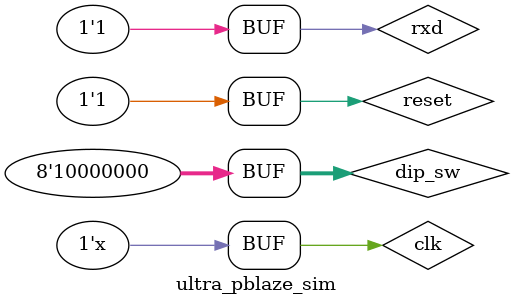
<source format=v>
`timescale 1ns / 1ps


module ultra_pblaze_sim;

	// Inputs
	reg reset;
	reg clk;
	reg rxd;
	reg [7:0] dip_sw;

	// Outputs
	wire txd;
	wire [7:0] data;

	// Instantiate the Unit Under Test (UUT)
	ultra_pblaze uut (
		.reset(reset), 
		.clk(clk), 
		.txd(txd), 
		.rxd(rxd), 
		.dip_sw(dip_sw), 
		.data(data)
	);

	initial begin
		// Initialize Inputs
		reset = 0;
		clk = 0;
		rxd = 0;
		dip_sw = 0;

		// Wait 100 ns for global reset to finish
		#20;
        		dip_sw = 8'h80;
				rxd = 8'h52;
		#10;
        		dip_sw = 8'h80;
				rxd = 8'h30;
		#10;
       		dip_sw = 8'h80;
				rxd = 8'h31;
		#10;
       		dip_sw = 8'h80;
				rxd = 8'h32;
		#10;
       		dip_sw = 8'h80;
				rxd = 8'h0D;	
		#20;
       		dip_sw = 8'h80;
				rxd = 8'h52;
		#10;
       		dip_sw = 8'h80;
				rxd = 8'h33;
		#10;
       		dip_sw = 8'h80;
				rxd = 8'h34;
		#10;
       		dip_sw = 8'h80;
				rxd = 8'h35;
		#10;
       		dip_sw = 8'h80;
				rxd = 8'h0D;					
		#30;
				reset = 1;
	end
      
	always begin
		#5 clk = ~clk;
	end
	
endmodule


</source>
